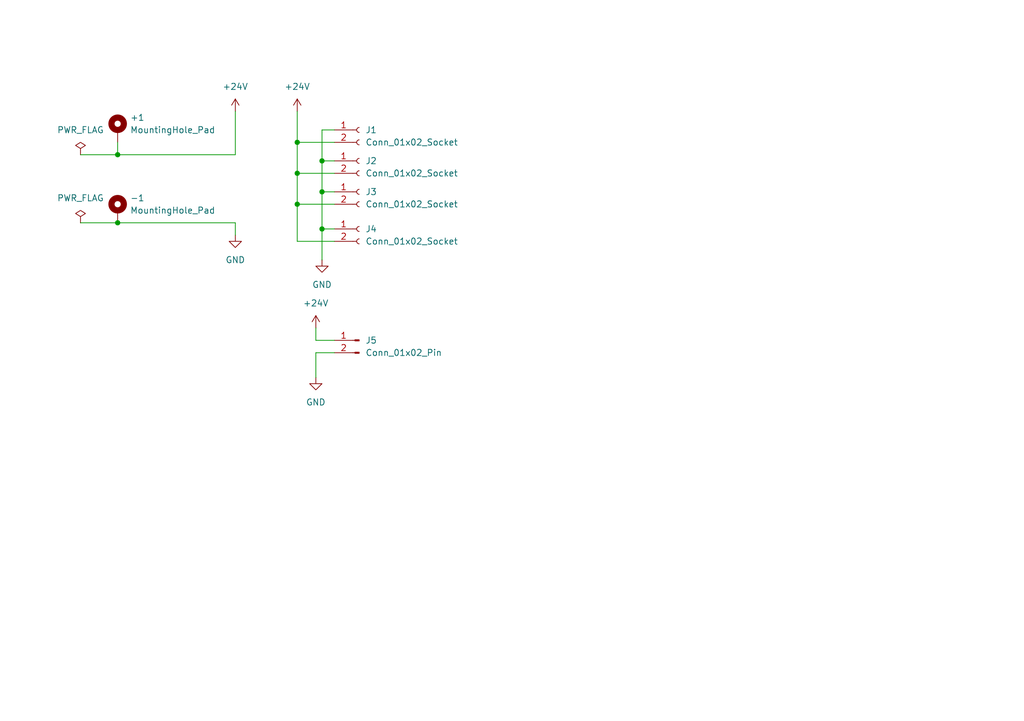
<source format=kicad_sch>
(kicad_sch (version 20250114) (generator "eeschema") (generator_version "9.0")
  (paper "A5")
  (lib_symbols
    (symbol "Connector:Conn_01x02_Pin" (pin_names (offset 1.016) (hide yes))
      (property "Reference" "J" (at 0 2.54 0))
      (property "Value" "Conn_01x02_Pin" (at 0 -5.08 0))
      (symbol "Conn_01x02_Pin_1_1"
        (rectangle (start 0.8636 0.127) (end 0 -0.127) (stroke (width 0.1524)) (fill (type outline)))
        (rectangle (start 0.8636 -2.413) (end 0 -2.667) (stroke (width 0.1524)) (fill (type outline)))
        (polyline (pts (xy 1.27 0) (xy 0.8636 0)) (stroke (width 0.1524)))
        (polyline (pts (xy 1.27 -2.54) (xy 0.8636 -2.54)) (stroke (width 0.1524)))
        (pin passive line (at 5.08 0 180) (length 3.81) (name "Pin_1") (number "1"))
        (pin passive line (at 5.08 -2.54 180) (length 3.81) (name "Pin_2") (number "2"))
      )
    )
    (symbol "Connector:Conn_01x02_Socket" (pin_names (offset 1.016) (hide yes))
      (property "Reference" "J" (at 0 2.54 0))
      (property "Value" "Conn_01x02_Socket" (at 0 -5.08 0))
      (symbol "Conn_01x02_Socket_1_1"
        (polyline (pts (xy -1.27 0) (xy -0.508 0)) (stroke (width 0.1524)))
        (polyline (pts (xy -1.27 -2.54) (xy -0.508 -2.54)) (stroke (width 0.1524)))
        (arc (start 0 -0.508) (mid -0.5058 0) (end 0 0.508) (stroke (width 0.1524)))
        (arc (start 0 -3.048) (mid -0.5058 -2.54) (end 0 -2.032) (stroke (width 0.1524)))
        (pin passive line (at -5.08 0 0) (length 3.81) (name "Pin_1") (number "1"))
        (pin passive line (at -5.08 -2.54 0) (length 3.81) (name "Pin_2") (number "2"))
      )
    )
    (symbol "Mechanical:MountingHole_Pad" (pin_numbers (hide yes)) (pin_names (offset 1.016) (hide yes)) (in_bom no)
      (property "Reference" "H" (at 0 6.35 0))
      (property "Value" "MountingHole_Pad" (at 0 4.445 0))
      (symbol "MountingHole_Pad_0_1"
        (circle (center 0 1.27) (radius 1.27) (stroke (width 1.27)))
      )
      (symbol "MountingHole_Pad_1_1"
        (pin input line (at 0 -2.54 90) (length 2.54) (name "1") (number "1"))
      )
    )
    (symbol "power:+24V" (power) (pin_numbers (hide yes)) (pin_names (offset 0) (hide yes))
      (property "Value" "+24V" (at 0 3.556 0))
      (symbol "+24V_0_1"
        (polyline (pts (xy -0.762 1.27) (xy 0 2.54)))
        (polyline (pts (xy 0 2.54) (xy 0.762 1.27)))
        (polyline (pts (xy 0 0) (xy 0 2.54)))
      )
      (symbol "+24V_1_1"
        (pin power_in line (at 0 0 90) (length 0) (name "~") (number "1"))
      )
    )
    (symbol "power:GND" (power) (pin_numbers (hide yes)) (pin_names (offset 0) (hide yes))
      (property "Value" "GND" (at 0 -3.81 0))
      (symbol "GND_0_1"
        (polyline (pts (xy 0 0) (xy 0 -1.27) (xy 1.27 -1.27) (xy 0 -2.54) (xy -1.27 -1.27) (xy 0 -1.27)))
      )
      (symbol "GND_1_1"
        (pin power_in line (at 0 0 270) (length 0) (name "~") (number "1"))
      )
    )
    (symbol "power:PWR_FLAG" (power) (pin_numbers (hide yes)) (pin_names (offset 0) (hide yes))
      (property "Value" "PWR_FLAG" (at 0 3.81 0))
      (symbol "PWR_FLAG_0_0"
        (pin power_out line (at 0 0 90) (length 0) (name "~") (number "1"))
      )
      (symbol "PWR_FLAG_0_1"
        (polyline (pts (xy 0 0) (xy 0 1.27) (xy -1.016 1.905) (xy 0 2.54) (xy 1.016 1.905) (xy 0 1.27)))
      )
    )
  )
  (junction (at 24.13 31.75))
  (junction (at 24.13 45.72))
  (junction (at 66.04 33.02))
  (junction (at 60.96 29.21))
  (junction (at 66.04 39.37))
  (junction (at 66.04 46.99))
  (junction (at 60.96 35.56))
  (junction (at 60.96 41.91))
  (wire (pts (xy 66.04 53.34) (xy 66.04 46.99)))
  (wire (pts (xy 24.13 45.72) (xy 48.26 45.72)))
  (wire (pts (xy 66.04 33.02) (xy 68.58 33.02)))
  (wire (pts (xy 16.51 31.75) (xy 24.13 31.75)))
  (wire (pts (xy 48.26 48.26) (xy 48.26 45.72)))
  (wire (pts (xy 66.04 33.02) (xy 66.04 26.67)))
  (wire (pts (xy 16.51 45.72) (xy 24.13 45.72)))
  (wire (pts (xy 66.04 39.37) (xy 66.04 33.02)))
  (wire (pts (xy 68.58 49.53) (xy 60.96 49.53)))
  (wire (pts (xy 60.96 22.86) (xy 60.96 29.21)))
  (wire (pts (xy 68.58 35.56) (xy 60.96 35.56)))
  (wire (pts (xy 64.77 69.85) (xy 64.77 67.31)))
  (wire (pts (xy 66.04 26.67) (xy 68.58 26.67)))
  (wire (pts (xy 24.13 31.75) (xy 48.26 31.75)))
  (wire (pts (xy 24.13 29.21) (xy 24.13 31.75)))
  (wire (pts (xy 66.04 46.99) (xy 66.04 39.37)))
  (wire (pts (xy 64.77 72.39) (xy 68.58 72.39)))
  (wire (pts (xy 60.96 35.56) (xy 60.96 29.21)))
  (wire (pts (xy 68.58 41.91) (xy 60.96 41.91)))
  (wire (pts (xy 60.96 41.91) (xy 60.96 49.53)))
  (wire (pts (xy 66.04 46.99) (xy 68.58 46.99)))
  (wire (pts (xy 64.77 72.39) (xy 64.77 77.47)))
  (wire (pts (xy 64.77 69.85) (xy 68.58 69.85)))
  (wire (pts (xy 60.96 41.91) (xy 60.96 35.56)))
  (wire (pts (xy 66.04 39.37) (xy 68.58 39.37)))
  (wire (pts (xy 48.26 22.86) (xy 48.26 31.75)))
  (wire (pts (xy 60.96 29.21) (xy 68.58 29.21)))
  (symbol (lib_id "power:GND") (at 48.26 48.26 0) (unit 1)
    (property "Reference" "#PWR06" (effects (hide yes)))
    (property "Value" "GND" (at 48.26 53.34 0))
    (property "Description" "Power symbol creates a global label with name \"GND\" , ground" (effects (hide yes)))
  )
  (symbol (lib_id "Mechanical:MountingHole_Pad") (at 24.13 43.18 0) (unit 1) (in_bom no)
    (property "Reference" "-1" (at 26.67 40.6399 0) (effects (justify left)))
    (property "Value" "MountingHole_Pad" (at 26.67 43.1799 0) (effects (justify left)))
    (property "Footprint" "MountingHole:MountingHole_3.2mm_M3_DIN965_Pad" (effects (hide yes)))
    (property "Description" "Mounting Hole with connection" (effects (hide yes)))
  )
  (symbol (lib_id "Connector:Conn_01x02_Socket") (at 73.66 39.37 0) (unit 1)
    (property "Reference" "J3" (at 74.93 39.3699 0) (effects (justify left)))
    (property "Value" "Conn_01x02_Socket" (at 74.93 41.9099 0) (effects (justify left)))
    (property "Footprint" "Connector_AMASS:AMASS_XT60PW-F_1x02_P7.20mm_Horizontal" (effects (hide yes)))
    (property "Description" "Generic connector, single row, 01x02, script generated" (effects (hide yes)))
  )
  (symbol (lib_id "power:GND") (at 66.04 53.34 0) (unit 1)
    (property "Reference" "#PWR02" (effects (hide yes)))
    (property "Value" "GND" (at 66.04 58.42 0))
    (property "Description" "Power symbol creates a global label with name \"GND\" , ground" (effects (hide yes)))
  )
  (symbol (lib_id "Connector:Conn_01x02_Socket") (at 73.66 26.67 0) (unit 1)
    (property "Reference" "J1" (at 74.93 26.6699 0) (effects (justify left)))
    (property "Value" "Conn_01x02_Socket" (at 74.93 29.2099 0) (effects (justify left)))
    (property "Footprint" "Connector_AMASS:AMASS_XT60PW-F_1x02_P7.20mm_Horizontal" (effects (hide yes)))
    (property "Description" "Generic connector, single row, 01x02, script generated" (effects (hide yes)))
  )
  (symbol (lib_id "power:PWR_FLAG") (at 16.51 45.72 0) (unit 1)
    (property "Reference" "#FLG02" (effects (hide yes)))
    (property "Value" "PWR_FLAG" (at 16.51 40.64 0))
    (property "Description" "Special symbol for telling ERC where power comes from" (effects (hide yes)))
  )
  (symbol (lib_id "power:PWR_FLAG") (at 16.51 31.75 0) (unit 1)
    (property "Reference" "#FLG01" (effects (hide yes)))
    (property "Value" "PWR_FLAG" (at 16.51 26.67 0))
    (property "Description" "Special symbol for telling ERC where power comes from" (effects (hide yes)))
  )
  (symbol (lib_id "power:+24V") (at 64.77 67.31 0) (unit 1)
    (property "Reference" "#PWR03" (effects (hide yes)))
    (property "Value" "+24V" (at 64.77 62.23 0))
    (property "Description" "Power symbol creates a global label with name \"+24V\"" (effects (hide yes)))
  )
  (symbol (lib_id "Connector:Conn_01x02_Socket") (at 73.66 33.02 0) (unit 1)
    (property "Reference" "J2" (at 74.93 33.0199 0) (effects (justify left)))
    (property "Value" "Conn_01x02_Socket" (at 74.93 35.5599 0) (effects (justify left)))
    (property "Footprint" "Connector_AMASS:AMASS_XT60PW-F_1x02_P7.20mm_Horizontal" (effects (hide yes)))
    (property "Description" "Generic connector, single row, 01x02, script generated" (effects (hide yes)))
  )
  (symbol (lib_id "Connector:Conn_01x02_Pin") (at 73.66 69.85 0) (mirror y) (unit 1)
    (property "Reference" "J5" (at 74.93 69.8499 0) (effects (justify right)))
    (property "Value" "Conn_01x02_Pin" (at 74.93 72.3899 0) (effects (justify right)))
    (property "Footprint" "Connector_JST:JST_VH_B2PS-VH_1x02_P3.96mm_Horizontal" (effects (hide yes)))
    (property "Description" "Generic connector, single row, 01x02, script generated" (effects (hide yes)))
  )
  (symbol (lib_id "power:+24V") (at 60.96 22.86 0) (unit 1)
    (property "Reference" "#PWR01" (effects (hide yes)))
    (property "Value" "+24V" (at 60.96 17.78 0))
    (property "Description" "Power symbol creates a global label with name \"+24V\"" (effects (hide yes)))
  )
  (symbol (lib_id "power:GND") (at 64.77 77.47 0) (unit 1)
    (property "Reference" "#PWR04" (effects (hide yes)))
    (property "Value" "GND" (at 64.77 82.55 0))
    (property "Description" "Power symbol creates a global label with name \"GND\" , ground" (effects (hide yes)))
  )
  (symbol (lib_id "power:+24V") (at 48.26 22.86 0) (unit 1)
    (property "Reference" "#PWR05" (effects (hide yes)))
    (property "Value" "+24V" (at 48.26 17.78 0))
    (property "Description" "Power symbol creates a global label with name \"+24V\"" (effects (hide yes)))
  )
  (symbol (lib_id "Connector:Conn_01x02_Socket") (at 73.66 46.99 0) (unit 1)
    (property "Reference" "J4" (at 74.93 46.9899 0) (effects (justify left)))
    (property "Value" "Conn_01x02_Socket" (at 74.93 49.5299 0) (effects (justify left)))
    (property "Footprint" "Connector_AMASS:AMASS_XT60PW-F_1x02_P7.20mm_Horizontal" (effects (hide yes)))
    (property "Description" "Generic connector, single row, 01x02, script generated" (effects (hide yes)))
  )
  (symbol (lib_id "Mechanical:MountingHole_Pad") (at 24.13 26.67 0) (unit 1) (in_bom no)
    (property "Reference" "+1" (at 26.67 24.1299 0) (effects (justify left)))
    (property "Value" "MountingHole_Pad" (at 26.67 26.6699 0) (effects (justify left)))
    (property "Footprint" "MountingHole:MountingHole_3.2mm_M3_DIN965_Pad" (effects (hide yes)))
    (property "Description" "Mounting Hole with connection" (effects (hide yes)))
  )
)
</source>
